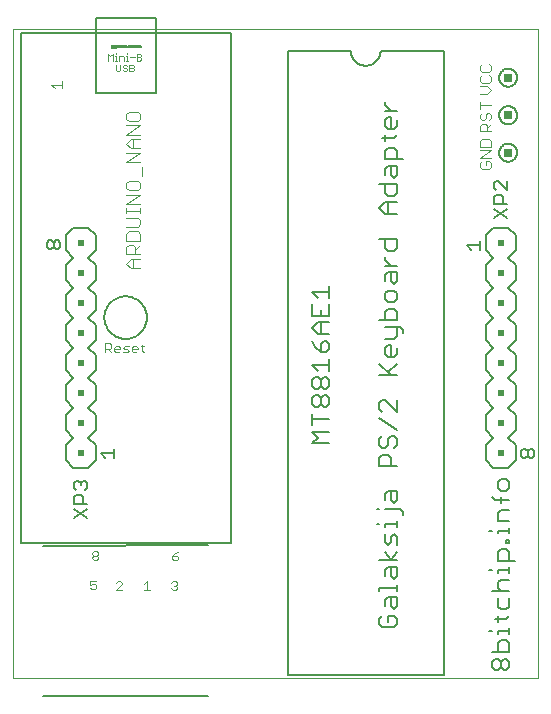
<source format=gto>
G75*
G70*
%OFA0B0*%
%FSLAX24Y24*%
%IPPOS*%
%LPD*%
%AMOC8*
5,1,8,0,0,1.08239X$1,22.5*
%
%ADD10C,0.0000*%
%ADD11C,0.0080*%
%ADD12C,0.0050*%
%ADD13C,0.0040*%
%ADD14C,0.0030*%
%ADD15C,0.0020*%
%ADD16C,0.0060*%
%ADD17R,0.0200X0.0200*%
%ADD18R,0.0260X0.0260*%
D10*
X002930Y001180D02*
X002930Y022800D01*
X020422Y022800D01*
X020422Y001180D01*
X002930Y001180D01*
X019420Y018680D02*
X019420Y018687D01*
X019420Y018689D02*
X019420Y018694D01*
X019422Y018696D01*
X019425Y018696D01*
X019427Y018694D01*
X019427Y018689D01*
X019430Y018689D02*
X019420Y018689D01*
X019420Y018683D02*
X019430Y018683D01*
X019428Y018698D02*
X019430Y018700D01*
X019430Y018703D01*
X019428Y018705D01*
X019427Y018705D01*
X019425Y018703D01*
X019425Y018700D01*
X019423Y018698D01*
X019422Y018698D01*
X019420Y018700D01*
X019420Y018703D01*
X019422Y018705D01*
X019420Y018708D02*
X019420Y018713D01*
X019422Y018714D01*
X019425Y018714D01*
X019427Y018713D01*
X019427Y018708D01*
X019430Y018708D02*
X019420Y018708D01*
X019423Y018717D02*
X019420Y018720D01*
X019423Y018724D01*
X019430Y018724D01*
X019430Y018726D02*
X019430Y018731D01*
X019428Y018733D01*
X019422Y018733D01*
X019420Y018731D01*
X019420Y018726D01*
X019430Y018726D01*
X019425Y018724D02*
X019425Y018717D01*
X019423Y018717D02*
X019430Y018717D01*
X019430Y018735D02*
X019430Y018742D01*
X019430Y018739D02*
X019420Y018739D01*
X019423Y018735D01*
X019425Y018744D02*
X019425Y018751D01*
X019423Y018754D02*
X019420Y018757D01*
X019430Y018757D01*
X019430Y018754D02*
X019430Y018760D01*
X019428Y018763D02*
X019430Y018765D01*
X019430Y018768D01*
X019428Y018770D01*
X019427Y018770D01*
X019425Y018768D01*
X019425Y018766D01*
X019425Y018768D02*
X019423Y018770D01*
X019422Y018770D01*
X019420Y018768D01*
X019420Y018765D01*
X019422Y018763D01*
X019420Y019930D02*
X019420Y019937D01*
X019420Y019939D02*
X019420Y019944D01*
X019422Y019946D01*
X019425Y019946D01*
X019427Y019944D01*
X019427Y019939D01*
X019430Y019939D02*
X019420Y019939D01*
X019420Y019933D02*
X019430Y019933D01*
X019428Y019948D02*
X019430Y019950D01*
X019430Y019953D01*
X019428Y019955D01*
X019427Y019955D01*
X019425Y019953D01*
X019425Y019950D01*
X019423Y019948D01*
X019422Y019948D01*
X019420Y019950D01*
X019420Y019953D01*
X019422Y019955D01*
X019420Y019958D02*
X019420Y019963D01*
X019422Y019964D01*
X019425Y019964D01*
X019427Y019963D01*
X019427Y019958D01*
X019430Y019958D02*
X019420Y019958D01*
X019423Y019967D02*
X019420Y019970D01*
X019423Y019974D01*
X019430Y019974D01*
X019430Y019976D02*
X019430Y019981D01*
X019428Y019983D01*
X019422Y019983D01*
X019420Y019981D01*
X019420Y019976D01*
X019430Y019976D01*
X019425Y019974D02*
X019425Y019967D01*
X019423Y019967D02*
X019430Y019967D01*
X019430Y019985D02*
X019430Y019992D01*
X019430Y019989D02*
X019420Y019989D01*
X019423Y019985D01*
X019425Y019994D02*
X019425Y020001D01*
X019423Y020004D02*
X019420Y020007D01*
X019430Y020007D01*
X019430Y020004D02*
X019430Y020010D01*
X019428Y020013D02*
X019430Y020015D01*
X019430Y020018D01*
X019428Y020020D01*
X019427Y020020D01*
X019425Y020018D01*
X019425Y020016D01*
X019425Y020018D02*
X019423Y020020D01*
X019422Y020020D01*
X019420Y020018D01*
X019420Y020015D01*
X019422Y020013D01*
X019420Y021180D02*
X019420Y021187D01*
X019420Y021189D02*
X019420Y021194D01*
X019422Y021196D01*
X019425Y021196D01*
X019427Y021194D01*
X019427Y021189D01*
X019430Y021189D02*
X019420Y021189D01*
X019420Y021183D02*
X019430Y021183D01*
X019428Y021198D02*
X019430Y021200D01*
X019430Y021203D01*
X019428Y021205D01*
X019427Y021205D01*
X019425Y021203D01*
X019425Y021200D01*
X019423Y021198D01*
X019422Y021198D01*
X019420Y021200D01*
X019420Y021203D01*
X019422Y021205D01*
X019420Y021208D02*
X019420Y021213D01*
X019422Y021214D01*
X019425Y021214D01*
X019427Y021213D01*
X019427Y021208D01*
X019430Y021208D02*
X019420Y021208D01*
X019423Y021217D02*
X019420Y021220D01*
X019423Y021224D01*
X019430Y021224D01*
X019430Y021226D02*
X019430Y021231D01*
X019428Y021233D01*
X019422Y021233D01*
X019420Y021231D01*
X019420Y021226D01*
X019430Y021226D01*
X019425Y021224D02*
X019425Y021217D01*
X019423Y021217D02*
X019430Y021217D01*
X019430Y021235D02*
X019430Y021242D01*
X019430Y021239D02*
X019420Y021239D01*
X019423Y021235D01*
X019425Y021244D02*
X019425Y021251D01*
X019423Y021254D02*
X019420Y021257D01*
X019430Y021257D01*
X019430Y021254D02*
X019430Y021260D01*
X019428Y021263D02*
X019430Y021265D01*
X019430Y021268D01*
X019428Y021270D01*
X019427Y021270D01*
X019425Y021268D01*
X019425Y021266D01*
X019425Y021268D02*
X019423Y021270D01*
X019422Y021270D01*
X019420Y021268D01*
X019420Y021265D01*
X019422Y021263D01*
X007194Y022230D02*
X007181Y022230D01*
X007175Y022230D02*
X007162Y022230D01*
X007162Y022210D01*
X007175Y022210D01*
X007169Y022220D02*
X007162Y022220D01*
X007157Y022210D02*
X007157Y022230D01*
X007159Y022240D02*
X007159Y022260D01*
X007169Y022260D01*
X007172Y022257D01*
X007172Y022250D01*
X007169Y022247D01*
X007159Y022247D01*
X007154Y022250D02*
X007141Y022250D01*
X007141Y022253D02*
X007147Y022260D01*
X007154Y022253D01*
X007154Y022240D01*
X007141Y022240D02*
X007141Y022253D01*
X007136Y022247D02*
X007136Y022260D01*
X007136Y022247D02*
X007129Y022240D01*
X007122Y022247D01*
X007122Y022260D01*
X007117Y022257D02*
X007114Y022260D01*
X007107Y022260D01*
X007104Y022257D01*
X007104Y022243D01*
X007107Y022240D01*
X007114Y022240D01*
X007117Y022243D01*
X007117Y022257D01*
X007099Y022260D02*
X007085Y022260D01*
X007092Y022260D02*
X007092Y022240D01*
X007093Y022230D02*
X007093Y022210D01*
X007079Y022230D01*
X007079Y022210D01*
X007074Y022210D02*
X007074Y022223D01*
X007068Y022230D01*
X007061Y022223D01*
X007061Y022210D01*
X007056Y022213D02*
X007052Y022210D01*
X007046Y022210D01*
X007042Y022213D01*
X007042Y022227D01*
X007046Y022230D01*
X007052Y022230D01*
X007056Y022227D01*
X007061Y022220D02*
X007074Y022220D01*
X007059Y022240D02*
X007062Y022243D01*
X007062Y022257D01*
X007059Y022260D01*
X007052Y022260D01*
X007049Y022257D01*
X007049Y022243D01*
X007052Y022240D01*
X007059Y022240D01*
X007044Y022243D02*
X007044Y022257D01*
X007040Y022260D01*
X007030Y022260D01*
X007030Y022240D01*
X007040Y022240D01*
X007044Y022243D01*
X007034Y022230D02*
X007037Y022227D01*
X007037Y022220D01*
X007034Y022217D01*
X007034Y022223D01*
X007027Y022223D01*
X007027Y022217D01*
X007034Y022217D01*
X007037Y022213D02*
X007034Y022210D01*
X007027Y022210D01*
X007024Y022213D01*
X007024Y022227D01*
X007027Y022230D01*
X007034Y022230D01*
X007025Y022240D02*
X007012Y022240D01*
X007012Y022260D01*
X007025Y022260D01*
X007018Y022250D02*
X007012Y022250D01*
X007007Y022243D02*
X007003Y022240D01*
X006997Y022240D01*
X006993Y022243D01*
X006993Y022257D01*
X006997Y022260D01*
X007003Y022260D01*
X007007Y022257D01*
X006988Y022240D02*
X006975Y022240D01*
X006975Y022260D01*
X006970Y022253D02*
X006970Y022240D01*
X006970Y022250D02*
X006957Y022250D01*
X006957Y022253D02*
X006963Y022260D01*
X006970Y022253D01*
X006957Y022253D02*
X006957Y022240D01*
X006951Y022243D02*
X006948Y022240D01*
X006941Y022240D01*
X006938Y022243D01*
X006941Y022250D02*
X006948Y022250D01*
X006951Y022247D01*
X006951Y022243D01*
X006941Y022250D02*
X006938Y022253D01*
X006938Y022257D01*
X006941Y022260D01*
X006948Y022260D01*
X006951Y022257D01*
X006950Y022230D02*
X006950Y022217D01*
X006957Y022210D01*
X006964Y022217D01*
X006964Y022230D01*
X006969Y022223D02*
X006975Y022230D01*
X006975Y022210D01*
X006969Y022210D02*
X006982Y022210D01*
X006987Y022210D02*
X006987Y022230D01*
X006987Y022220D02*
X007001Y022220D01*
X007001Y022230D02*
X007001Y022210D01*
X007006Y022210D02*
X007019Y022230D01*
X007006Y022230D02*
X007019Y022210D01*
X006945Y022227D02*
X006945Y022230D01*
X006945Y022227D02*
X006939Y022220D01*
X006939Y022210D01*
X006939Y022220D02*
X006932Y022227D01*
X006932Y022230D01*
X006915Y022243D02*
X006911Y022247D01*
X006905Y022247D01*
X006901Y022250D01*
X006905Y022253D01*
X006915Y022253D01*
X006915Y022243D02*
X006911Y022240D01*
X006901Y022240D01*
X006896Y022240D02*
X006889Y022240D01*
X006892Y022240D02*
X006892Y022253D01*
X006889Y022253D01*
X006884Y022253D02*
X006884Y022240D01*
X006874Y022240D01*
X006871Y022243D01*
X006871Y022253D01*
X006865Y022240D02*
X006852Y022240D01*
X006852Y022260D01*
X006847Y022250D02*
X006834Y022250D01*
X006829Y022250D02*
X006825Y022253D01*
X006819Y022253D01*
X006815Y022250D01*
X006815Y022243D01*
X006819Y022240D01*
X006825Y022240D01*
X006829Y022243D01*
X006829Y022250D01*
X006810Y022253D02*
X006800Y022253D01*
X006797Y022250D01*
X006797Y022243D01*
X006800Y022240D01*
X006810Y022240D01*
X006810Y022223D02*
X006803Y022223D01*
X006800Y022220D01*
X006800Y022213D01*
X006803Y022210D01*
X006810Y022210D01*
X006813Y022213D01*
X006813Y022220D01*
X006810Y022223D01*
X006818Y022223D02*
X006828Y022223D01*
X006832Y022220D01*
X006832Y022210D01*
X006837Y022210D02*
X006847Y022210D01*
X006850Y022213D01*
X006847Y022217D01*
X006840Y022217D01*
X006837Y022220D01*
X006840Y022223D01*
X006850Y022223D01*
X006874Y022223D02*
X006880Y022223D01*
X006877Y022227D02*
X006877Y022213D01*
X006880Y022210D01*
X006886Y022213D02*
X006889Y022210D01*
X006896Y022210D01*
X006899Y022213D01*
X006899Y022220D01*
X006896Y022223D01*
X006889Y022223D01*
X006886Y022220D01*
X006886Y022213D01*
X006904Y022210D02*
X006904Y022213D01*
X006908Y022213D01*
X006908Y022210D01*
X006904Y022210D01*
X006904Y022220D02*
X006904Y022223D01*
X006908Y022223D01*
X006908Y022220D01*
X006904Y022220D01*
X006892Y022260D02*
X006892Y022263D01*
X006818Y022223D02*
X006818Y022210D01*
X006794Y022210D02*
X006788Y022210D01*
X006791Y022210D02*
X006791Y022223D01*
X006788Y022223D01*
X006782Y022223D02*
X006775Y022223D01*
X006770Y022223D02*
X006760Y022223D01*
X006757Y022220D01*
X006760Y022217D01*
X006767Y022217D01*
X006770Y022213D01*
X006767Y022210D01*
X006757Y022210D01*
X006752Y022217D02*
X006739Y022217D01*
X006739Y022220D02*
X006742Y022223D01*
X006749Y022223D01*
X006752Y022220D01*
X006752Y022217D01*
X006749Y022210D02*
X006742Y022210D01*
X006739Y022213D01*
X006739Y022220D01*
X006734Y022223D02*
X006724Y022223D01*
X006720Y022220D01*
X006720Y022213D01*
X006724Y022210D01*
X006734Y022210D01*
X006734Y022207D02*
X006734Y022223D01*
X006734Y022207D02*
X006730Y022203D01*
X006727Y022203D01*
X006715Y022207D02*
X006715Y022223D01*
X006705Y022223D01*
X006702Y022220D01*
X006702Y022213D01*
X006705Y022210D01*
X006715Y022210D01*
X006715Y022207D02*
X006712Y022203D01*
X006708Y022203D01*
X006697Y022210D02*
X006697Y022223D01*
X006699Y022233D02*
X006699Y022253D01*
X006709Y022253D01*
X006712Y022250D01*
X006712Y022243D01*
X006709Y022240D01*
X006699Y022240D01*
X006694Y022243D02*
X006690Y022247D01*
X006684Y022247D01*
X006680Y022250D01*
X006684Y022253D01*
X006694Y022253D01*
X006694Y022243D02*
X006690Y022240D01*
X006680Y022240D01*
X006675Y022240D02*
X006662Y022240D01*
X006662Y022260D01*
X006675Y022260D01*
X006669Y022250D02*
X006662Y022250D01*
X006638Y022253D02*
X006638Y022237D01*
X006635Y022233D01*
X006632Y022233D01*
X006628Y022240D02*
X006638Y022240D01*
X006628Y022240D02*
X006625Y022243D01*
X006625Y022253D01*
X006620Y022250D02*
X006617Y022253D01*
X006607Y022253D01*
X006607Y022260D02*
X006607Y022240D01*
X006617Y022240D01*
X006620Y022243D01*
X006620Y022250D01*
X006623Y022223D02*
X006616Y022223D01*
X006613Y022220D01*
X006613Y022213D01*
X006616Y022210D01*
X006623Y022210D01*
X006626Y022213D01*
X006626Y022220D01*
X006623Y022223D01*
X006631Y022223D02*
X006631Y022210D01*
X006631Y022217D02*
X006638Y022223D01*
X006641Y022223D01*
X006665Y022220D02*
X006668Y022223D01*
X006678Y022223D01*
X006683Y022223D02*
X006683Y022213D01*
X006687Y022210D01*
X006697Y022210D01*
X006678Y022213D02*
X006675Y022217D01*
X006668Y022217D01*
X006665Y022220D01*
X006665Y022210D02*
X006675Y022210D01*
X006678Y022213D01*
X006717Y022240D02*
X006720Y022240D01*
X006720Y022243D01*
X006717Y022243D01*
X006717Y022240D01*
X006745Y022240D02*
X006745Y022260D01*
X006751Y022253D01*
X006758Y022260D01*
X006758Y022240D01*
X006763Y022243D02*
X006766Y022247D01*
X006776Y022247D01*
X006776Y022250D02*
X006776Y022240D01*
X006766Y022240D01*
X006763Y022243D01*
X006766Y022253D02*
X006773Y022253D01*
X006776Y022250D01*
X006782Y022247D02*
X006788Y022253D01*
X006792Y022253D01*
X006782Y022253D02*
X006782Y022240D01*
X006791Y022233D02*
X006791Y022230D01*
X006779Y022227D02*
X006779Y022213D01*
X006782Y022210D01*
X006589Y022213D02*
X006586Y022217D01*
X006579Y022217D01*
X006576Y022220D01*
X006579Y022223D01*
X006589Y022223D01*
X006589Y022213D02*
X006586Y022210D01*
X006576Y022210D01*
X006571Y022223D02*
X006567Y022223D01*
X006561Y022217D01*
X006556Y022220D02*
X006552Y022223D01*
X006546Y022223D01*
X006542Y022220D01*
X006542Y022213D01*
X006546Y022210D01*
X006552Y022210D01*
X006556Y022213D01*
X006556Y022220D01*
X006561Y022223D02*
X006561Y022210D01*
X006537Y022223D02*
X006533Y022223D01*
X006527Y022217D01*
X006527Y022223D02*
X006527Y022210D01*
X006521Y022223D02*
X006518Y022223D01*
X006511Y022217D01*
X006506Y022217D02*
X006493Y022217D01*
X006493Y022220D02*
X006496Y022223D01*
X006503Y022223D01*
X006506Y022220D01*
X006506Y022217D01*
X006503Y022210D02*
X006496Y022210D01*
X006493Y022213D01*
X006493Y022220D01*
X006511Y022223D02*
X006511Y022210D01*
X006512Y022240D02*
X006506Y022240D01*
X006502Y022243D01*
X006502Y022250D01*
X006506Y022253D01*
X006512Y022253D01*
X006516Y022250D01*
X006516Y022247D01*
X006502Y022247D01*
X006497Y022253D02*
X006494Y022253D01*
X006487Y022247D01*
X006487Y022253D02*
X006487Y022240D01*
X006482Y022240D02*
X006472Y022240D01*
X006469Y022243D01*
X006469Y022250D01*
X006472Y022253D01*
X006482Y022253D01*
X006470Y022223D02*
X006470Y022207D01*
X006466Y022203D01*
X006463Y022203D01*
X006460Y022210D02*
X006470Y022210D01*
X006460Y022210D02*
X006456Y022213D01*
X006456Y022223D01*
X006451Y022220D02*
X006451Y022210D01*
X006451Y022220D02*
X006448Y022223D01*
X006438Y022223D01*
X006438Y022210D01*
X006433Y022210D02*
X006423Y022210D01*
X006419Y022213D01*
X006423Y022217D01*
X006433Y022217D01*
X006433Y022220D02*
X006433Y022210D01*
X006433Y022220D02*
X006429Y022223D01*
X006423Y022223D01*
X006427Y022240D02*
X006417Y022240D01*
X006413Y022243D01*
X006417Y022247D01*
X006427Y022247D01*
X006427Y022250D02*
X006427Y022240D01*
X006432Y022240D02*
X006442Y022240D01*
X006445Y022243D01*
X006442Y022247D01*
X006435Y022247D01*
X006432Y022250D01*
X006435Y022253D01*
X006445Y022253D01*
X006427Y022250D02*
X006423Y022253D01*
X006417Y022253D01*
X006408Y022253D02*
X006408Y022243D01*
X006405Y022240D01*
X006402Y022243D01*
X006398Y022240D01*
X006395Y022243D01*
X006395Y022253D01*
X006371Y022253D02*
X006371Y022237D01*
X006368Y022233D01*
X006365Y022233D01*
X006361Y022240D02*
X006371Y022240D01*
X006361Y022240D02*
X006358Y022243D01*
X006358Y022253D01*
X006353Y022253D02*
X006349Y022253D01*
X006343Y022247D01*
X006338Y022247D02*
X006328Y022247D01*
X006324Y022243D01*
X006328Y022240D01*
X006338Y022240D01*
X006338Y022250D01*
X006334Y022253D01*
X006328Y022253D01*
X006319Y022253D02*
X006316Y022253D01*
X006309Y022247D01*
X006304Y022250D02*
X006300Y022253D01*
X006290Y022253D01*
X006290Y022260D02*
X006290Y022240D01*
X006300Y022240D01*
X006304Y022243D01*
X006304Y022250D01*
X006309Y022253D02*
X006309Y022240D01*
X006309Y022223D02*
X006313Y022223D01*
X006309Y022223D02*
X006303Y022217D01*
X006303Y022223D02*
X006303Y022210D01*
X006318Y022213D02*
X006318Y022220D01*
X006321Y022223D01*
X006328Y022223D01*
X006331Y022220D01*
X006331Y022217D01*
X006318Y022217D01*
X006318Y022213D02*
X006321Y022210D01*
X006328Y022210D01*
X006337Y022210D02*
X006347Y022210D01*
X006350Y022213D01*
X006350Y022220D01*
X006347Y022223D01*
X006337Y022223D01*
X006337Y022203D01*
X006334Y022193D02*
X006328Y022193D01*
X006324Y022190D01*
X006324Y022183D01*
X006328Y022180D01*
X006334Y022180D01*
X006338Y022183D01*
X006338Y022190D01*
X006334Y022193D01*
X006343Y022193D02*
X006343Y022183D01*
X006346Y022180D01*
X006356Y022180D01*
X006356Y022193D01*
X006361Y022190D02*
X006361Y022203D01*
X006367Y022203D02*
X006367Y022190D01*
X006373Y022190D02*
X006373Y022203D01*
X006373Y022210D02*
X006373Y022223D01*
X006368Y022220D02*
X006365Y022223D01*
X006358Y022223D01*
X006355Y022220D01*
X006355Y022213D01*
X006358Y022210D01*
X006365Y022210D01*
X006368Y022213D01*
X006368Y022220D01*
X006373Y022217D02*
X006380Y022223D01*
X006383Y022223D01*
X006389Y022223D02*
X006395Y022223D01*
X006392Y022227D02*
X006392Y022213D01*
X006395Y022210D01*
X006373Y022183D02*
X006373Y022180D01*
X006367Y022183D02*
X006367Y022180D01*
X006361Y022183D02*
X006361Y022180D01*
X006319Y022180D02*
X006309Y022180D01*
X006306Y022183D01*
X006306Y022193D01*
X006319Y022193D02*
X006319Y022177D01*
X006316Y022173D01*
X006313Y022173D01*
X006282Y022183D02*
X006279Y022187D01*
X006272Y022187D01*
X006269Y022190D01*
X006272Y022193D01*
X006282Y022193D01*
X006282Y022183D02*
X006279Y022180D01*
X006269Y022180D01*
X006264Y022180D02*
X006254Y022187D01*
X006264Y022193D01*
X006254Y022200D02*
X006254Y022180D01*
X006249Y022180D02*
X006249Y022190D01*
X006245Y022193D01*
X006235Y022193D01*
X006235Y022180D01*
X006230Y022180D02*
X006220Y022180D01*
X006217Y022183D01*
X006220Y022187D01*
X006230Y022187D01*
X006230Y022190D02*
X006230Y022180D01*
X006230Y022190D02*
X006227Y022193D01*
X006220Y022193D01*
X006212Y022190D02*
X006212Y022180D01*
X006212Y022190D02*
X006208Y022193D01*
X006202Y022193D01*
X006198Y022190D01*
X006198Y022200D02*
X006198Y022180D01*
X006187Y022180D02*
X006187Y022200D01*
X006193Y022200D02*
X006180Y022200D01*
X006180Y022210D02*
X006180Y022230D01*
X006190Y022230D01*
X006193Y022227D01*
X006193Y022220D01*
X006190Y022217D01*
X006180Y022217D01*
X006198Y022210D02*
X006205Y022210D01*
X006202Y022210D02*
X006202Y022230D01*
X006198Y022230D01*
X006198Y022240D02*
X006198Y022260D01*
X006193Y022260D02*
X006180Y022260D01*
X006187Y022260D02*
X006187Y022240D01*
X006198Y022250D02*
X006202Y022253D01*
X006208Y022253D01*
X006212Y022250D01*
X006212Y022240D01*
X006217Y022240D02*
X006224Y022240D01*
X006220Y022240D02*
X006220Y022253D01*
X006217Y022253D01*
X006220Y022260D02*
X006220Y022263D01*
X006232Y022253D02*
X006242Y022253D01*
X006239Y022247D02*
X006232Y022247D01*
X006229Y022250D01*
X006232Y022253D01*
X006239Y022247D02*
X006242Y022243D01*
X006239Y022240D01*
X006229Y022240D01*
X006232Y022223D02*
X006239Y022223D01*
X006242Y022220D01*
X006242Y022210D01*
X006232Y022210D01*
X006229Y022213D01*
X006232Y022217D01*
X006242Y022217D01*
X006248Y022220D02*
X006251Y022223D01*
X006261Y022223D01*
X006266Y022220D02*
X006269Y022223D01*
X006276Y022223D01*
X006279Y022220D01*
X006279Y022217D01*
X006266Y022217D01*
X006266Y022220D02*
X006266Y022213D01*
X006269Y022210D01*
X006276Y022210D01*
X006261Y022213D02*
X006258Y022217D01*
X006251Y022217D01*
X006248Y022220D01*
X006248Y022210D02*
X006258Y022210D01*
X006261Y022213D01*
X006266Y022240D02*
X006273Y022240D01*
X006269Y022240D02*
X006269Y022260D01*
X006266Y022260D01*
X006278Y022253D02*
X006282Y022253D01*
X006282Y022240D01*
X006285Y022240D02*
X006278Y022240D01*
X006282Y022260D02*
X006282Y022263D01*
X006343Y022253D02*
X006343Y022240D01*
X006224Y022220D02*
X006224Y022217D01*
X006211Y022217D01*
X006211Y022220D02*
X006214Y022223D01*
X006221Y022223D01*
X006224Y022220D01*
X006221Y022210D02*
X006214Y022210D01*
X006211Y022213D01*
X006211Y022220D01*
X006521Y022243D02*
X006524Y022247D01*
X006534Y022247D01*
X006534Y022250D02*
X006534Y022240D01*
X006524Y022240D01*
X006521Y022243D01*
X006524Y022253D02*
X006531Y022253D01*
X006534Y022250D01*
X006539Y022253D02*
X006546Y022253D01*
X006542Y022257D02*
X006542Y022243D01*
X006546Y022240D01*
X006551Y022243D02*
X006551Y022250D01*
X006555Y022253D01*
X006561Y022253D01*
X006565Y022250D01*
X006565Y022247D01*
X006551Y022247D01*
X006551Y022243D02*
X006555Y022240D01*
X006561Y022240D01*
X006570Y022243D02*
X006570Y022250D01*
X006573Y022253D01*
X006583Y022253D01*
X006583Y022260D02*
X006583Y022240D01*
X006573Y022240D01*
X006570Y022243D01*
X007098Y022230D02*
X007111Y022230D01*
X007116Y022230D02*
X007116Y022217D01*
X007123Y022210D01*
X007129Y022217D01*
X007129Y022230D01*
X007144Y022230D02*
X007157Y022210D01*
X007144Y022210D02*
X007144Y022230D01*
X007138Y022213D02*
X007138Y022210D01*
X007135Y022210D01*
X007135Y022213D01*
X007138Y022213D01*
X007104Y022210D02*
X007104Y022230D01*
X007166Y022247D02*
X007172Y022240D01*
X007177Y022240D02*
X007181Y022240D01*
X007181Y022243D01*
X007177Y022243D01*
X007177Y022240D01*
X007187Y022230D02*
X007187Y022210D01*
D11*
X015236Y019160D02*
X015623Y019160D01*
X015720Y019257D01*
X015623Y019468D02*
X015430Y019468D01*
X015333Y019565D01*
X015333Y019759D01*
X015430Y019855D01*
X015527Y019855D01*
X015527Y019468D01*
X015623Y019468D02*
X015720Y019565D01*
X015720Y019759D01*
X015720Y020076D02*
X015333Y020076D01*
X015527Y020076D02*
X015333Y020270D01*
X015333Y020366D01*
X015333Y019257D02*
X015333Y019063D01*
X015430Y018843D02*
X015623Y018843D01*
X015720Y018746D01*
X015720Y018456D01*
X015913Y018456D02*
X015333Y018456D01*
X015333Y018746D01*
X015430Y018843D01*
X015430Y018235D02*
X015720Y018235D01*
X015720Y017945D01*
X015623Y017848D01*
X015527Y017945D01*
X015527Y018235D01*
X015430Y018235D02*
X015333Y018138D01*
X015333Y017945D01*
X015333Y017627D02*
X015333Y017337D01*
X015430Y017240D01*
X015623Y017240D01*
X015720Y017337D01*
X015720Y017627D01*
X015140Y017627D01*
X015333Y017019D02*
X015720Y017019D01*
X015430Y017019D02*
X015430Y016632D01*
X015333Y016632D02*
X015140Y016826D01*
X015333Y017019D01*
X015333Y016632D02*
X015720Y016632D01*
X015720Y015804D02*
X015140Y015804D01*
X015333Y015804D02*
X015333Y015514D01*
X015430Y015417D01*
X015623Y015417D01*
X015720Y015514D01*
X015720Y015804D01*
X015333Y015201D02*
X015333Y015104D01*
X015527Y014911D01*
X015720Y014911D02*
X015333Y014911D01*
X015430Y014690D02*
X015720Y014690D01*
X015720Y014400D01*
X015623Y014303D01*
X015527Y014400D01*
X015527Y014690D01*
X015430Y014690D02*
X015333Y014593D01*
X015333Y014400D01*
X015430Y014082D02*
X015333Y013985D01*
X015333Y013792D01*
X015430Y013695D01*
X015623Y013695D01*
X015720Y013792D01*
X015720Y013985D01*
X015623Y014082D01*
X015430Y014082D01*
X015430Y013474D02*
X015333Y013378D01*
X015333Y013087D01*
X015140Y013087D02*
X015720Y013087D01*
X015720Y013378D01*
X015623Y013474D01*
X015430Y013474D01*
X015333Y012867D02*
X015817Y012867D01*
X015913Y012770D01*
X015913Y012673D01*
X015720Y012576D02*
X015720Y012867D01*
X015720Y012576D02*
X015623Y012480D01*
X015333Y012480D01*
X015430Y012259D02*
X015527Y012259D01*
X015527Y011872D01*
X015623Y011872D02*
X015430Y011872D01*
X015333Y011969D01*
X015333Y012162D01*
X015430Y012259D01*
X015720Y012162D02*
X015720Y011969D01*
X015623Y011872D01*
X015720Y011651D02*
X015430Y011361D01*
X015527Y011264D02*
X015140Y011651D01*
X015140Y011264D02*
X015720Y011264D01*
X015720Y010436D02*
X015720Y010049D01*
X015333Y010436D01*
X015236Y010436D01*
X015140Y010339D01*
X015140Y010146D01*
X015236Y010049D01*
X015140Y009828D02*
X015720Y009441D01*
X015623Y009220D02*
X015720Y009124D01*
X015720Y008930D01*
X015623Y008833D01*
X015430Y008930D02*
X015430Y009124D01*
X015527Y009220D01*
X015623Y009220D01*
X015430Y008930D02*
X015333Y008833D01*
X015236Y008833D01*
X015140Y008930D01*
X015140Y009124D01*
X015236Y009220D01*
X015236Y008613D02*
X015430Y008613D01*
X015527Y008516D01*
X015527Y008226D01*
X015720Y008226D02*
X015140Y008226D01*
X015140Y008516D01*
X015236Y008613D01*
X015430Y007397D02*
X015720Y007397D01*
X015720Y007107D01*
X015623Y007010D01*
X015527Y007107D01*
X015527Y007397D01*
X015430Y007397D02*
X015333Y007300D01*
X015333Y007107D01*
X015333Y006799D02*
X015817Y006799D01*
X015913Y006702D01*
X015913Y006605D01*
X015720Y006393D02*
X015720Y006200D01*
X015720Y006297D02*
X015333Y006297D01*
X015333Y006200D01*
X015140Y006297D02*
X015043Y006297D01*
X015333Y005979D02*
X015333Y005689D01*
X015430Y005592D01*
X015527Y005689D01*
X015527Y005882D01*
X015623Y005979D01*
X015720Y005882D01*
X015720Y005592D01*
X015720Y005376D02*
X015527Y005086D01*
X015333Y005376D01*
X015140Y005086D02*
X015720Y005086D01*
X015720Y004865D02*
X015430Y004865D01*
X015333Y004768D01*
X015333Y004575D01*
X015527Y004575D02*
X015623Y004478D01*
X015720Y004575D01*
X015720Y004865D01*
X015527Y004865D02*
X015527Y004575D01*
X015720Y004266D02*
X015720Y004073D01*
X015720Y004170D02*
X015140Y004170D01*
X015140Y004073D01*
X015430Y003852D02*
X015720Y003852D01*
X015720Y003562D01*
X015623Y003465D01*
X015527Y003562D01*
X015527Y003852D01*
X015430Y003852D02*
X015333Y003755D01*
X015333Y003562D01*
X015236Y003244D02*
X015140Y003148D01*
X015140Y002954D01*
X015236Y002857D01*
X015623Y002857D01*
X015720Y002954D01*
X015720Y003148D01*
X015623Y003244D01*
X015430Y003244D01*
X015430Y003051D01*
X018793Y002740D02*
X018890Y002740D01*
X019083Y002740D02*
X019470Y002740D01*
X019470Y002644D02*
X019470Y002837D01*
X019373Y002423D02*
X019180Y002423D01*
X019083Y002326D01*
X019083Y002036D01*
X018890Y002036D02*
X019470Y002036D01*
X019470Y002326D01*
X019373Y002423D01*
X019083Y002644D02*
X019083Y002740D01*
X019083Y003049D02*
X019083Y003242D01*
X018986Y003146D02*
X019373Y003146D01*
X019470Y003242D01*
X019373Y003454D02*
X019180Y003454D01*
X019083Y003551D01*
X019083Y003841D01*
X019180Y004062D02*
X019083Y004158D01*
X019083Y004352D01*
X019180Y004449D01*
X019470Y004449D01*
X019470Y004669D02*
X019470Y004863D01*
X019470Y004766D02*
X019083Y004766D01*
X019083Y004669D01*
X018890Y004766D02*
X018793Y004766D01*
X019083Y005074D02*
X019083Y005365D01*
X019180Y005461D01*
X019373Y005461D01*
X019470Y005365D01*
X019470Y005074D01*
X019663Y005074D02*
X019083Y005074D01*
X019373Y005682D02*
X019373Y005779D01*
X019470Y005779D01*
X019470Y005682D01*
X019373Y005682D01*
X019470Y005986D02*
X019470Y006180D01*
X019470Y006083D02*
X019083Y006083D01*
X019083Y005986D01*
X018890Y006083D02*
X018793Y006083D01*
X019083Y006391D02*
X019083Y006681D01*
X019180Y006778D01*
X019470Y006778D01*
X019470Y007096D02*
X018986Y007096D01*
X018890Y007192D01*
X019180Y007192D02*
X019180Y006999D01*
X019180Y007404D02*
X019083Y007501D01*
X019083Y007694D01*
X019180Y007791D01*
X019373Y007791D01*
X019470Y007694D01*
X019470Y007501D01*
X019373Y007404D01*
X019180Y007404D01*
X019083Y006391D02*
X019470Y006391D01*
X019470Y004062D02*
X018890Y004062D01*
X019470Y003841D02*
X019470Y003551D01*
X019373Y003454D01*
X019373Y001815D02*
X019277Y001815D01*
X019180Y001718D01*
X019180Y001525D01*
X019083Y001428D01*
X018986Y001428D01*
X018890Y001525D01*
X018890Y001718D01*
X018986Y001815D01*
X019083Y001815D01*
X019180Y001718D01*
X019180Y001525D02*
X019277Y001428D01*
X019373Y001428D01*
X019470Y001525D01*
X019470Y001718D01*
X019373Y001815D01*
X015140Y006799D02*
X015043Y006799D01*
X013470Y008985D02*
X012890Y008985D01*
X013083Y009179D01*
X012890Y009372D01*
X013470Y009372D01*
X013470Y009786D02*
X012890Y009786D01*
X012890Y009593D02*
X012890Y009980D01*
X012986Y010201D02*
X013083Y010201D01*
X013180Y010297D01*
X013180Y010491D01*
X013277Y010588D01*
X013373Y010588D01*
X013470Y010491D01*
X013470Y010297D01*
X013373Y010201D01*
X013277Y010201D01*
X013180Y010297D01*
X013180Y010491D02*
X013083Y010588D01*
X012986Y010588D01*
X012890Y010491D01*
X012890Y010297D01*
X012986Y010201D01*
X012986Y010808D02*
X013083Y010808D01*
X013180Y010905D01*
X013180Y011099D01*
X013277Y011195D01*
X013373Y011195D01*
X013470Y011099D01*
X013470Y010905D01*
X013373Y010808D01*
X013277Y010808D01*
X013180Y010905D01*
X013180Y011099D02*
X013083Y011195D01*
X012986Y011195D01*
X012890Y011099D01*
X012890Y010905D01*
X012986Y010808D01*
X013083Y011416D02*
X012890Y011610D01*
X013470Y011610D01*
X013470Y011803D02*
X013470Y011416D01*
X013373Y012024D02*
X013180Y012024D01*
X013180Y012314D01*
X013277Y012411D01*
X013373Y012411D01*
X013470Y012314D01*
X013470Y012121D01*
X013373Y012024D01*
X013180Y012024D02*
X012986Y012217D01*
X012890Y012411D01*
X013083Y012632D02*
X012890Y012825D01*
X013083Y013019D01*
X013470Y013019D01*
X013470Y013239D02*
X013470Y013626D01*
X013470Y013847D02*
X013470Y014234D01*
X013470Y014041D02*
X012890Y014041D01*
X013083Y013847D01*
X012890Y013626D02*
X012890Y013239D01*
X013470Y013239D01*
X013180Y013239D02*
X013180Y013433D01*
X013180Y013019D02*
X013180Y012632D01*
X013083Y012632D02*
X013470Y012632D01*
D12*
X018055Y015595D02*
X018505Y015595D01*
X018505Y015445D02*
X018505Y015745D01*
X018205Y015445D02*
X018055Y015595D01*
X018955Y016514D02*
X019405Y016815D01*
X019405Y016975D02*
X018955Y016975D01*
X018955Y017200D01*
X019030Y017275D01*
X019180Y017275D01*
X019255Y017200D01*
X019255Y016975D01*
X018955Y016815D02*
X019405Y016514D01*
X019405Y017435D02*
X019105Y017735D01*
X019030Y017735D01*
X018955Y017660D01*
X018955Y017510D01*
X019030Y017435D01*
X019405Y017435D02*
X019405Y017735D01*
X019930Y008795D02*
X020005Y008795D01*
X020080Y008720D01*
X020080Y008570D01*
X020005Y008495D01*
X019930Y008495D01*
X019855Y008570D01*
X019855Y008720D01*
X019930Y008795D01*
X020080Y008720D02*
X020155Y008795D01*
X020230Y008795D01*
X020305Y008720D01*
X020305Y008570D01*
X020230Y008495D01*
X020155Y008495D01*
X020080Y008570D01*
X010180Y006180D02*
X010180Y005680D01*
X009680Y005680D01*
X008180Y005680D01*
X005180Y005680D01*
X003680Y005680D01*
X003180Y005680D01*
X003180Y006180D01*
X003180Y022180D01*
X003180Y022680D01*
X003680Y022680D01*
X007680Y022680D01*
X007680Y020680D01*
X005680Y020680D01*
X005680Y023180D01*
X007680Y023180D01*
X007680Y022680D01*
X010180Y022680D01*
X010180Y006180D01*
X009436Y005599D02*
X003924Y005580D01*
X004955Y006514D02*
X005405Y006815D01*
X005405Y006975D02*
X004955Y006975D01*
X004955Y007200D01*
X005030Y007275D01*
X005180Y007275D01*
X005255Y007200D01*
X005255Y006975D01*
X004955Y006815D02*
X005405Y006514D01*
X005330Y007435D02*
X005405Y007510D01*
X005405Y007660D01*
X005330Y007735D01*
X005255Y007735D01*
X005180Y007660D01*
X005180Y007585D01*
X005180Y007660D02*
X005105Y007735D01*
X005030Y007735D01*
X004955Y007660D01*
X004955Y007510D01*
X005030Y007435D01*
X006005Y008505D02*
X005855Y008655D01*
X006305Y008655D01*
X006305Y008505D02*
X006305Y008805D01*
X005973Y013180D02*
X005975Y013233D01*
X005981Y013285D01*
X005991Y013337D01*
X006004Y013388D01*
X006022Y013438D01*
X006043Y013487D01*
X006068Y013534D01*
X006096Y013578D01*
X006127Y013621D01*
X006162Y013661D01*
X006199Y013698D01*
X006239Y013733D01*
X006282Y013764D01*
X006327Y013792D01*
X006373Y013817D01*
X006422Y013838D01*
X006472Y013856D01*
X006523Y013869D01*
X006575Y013879D01*
X006627Y013885D01*
X006680Y013887D01*
X006733Y013885D01*
X006785Y013879D01*
X006837Y013869D01*
X006888Y013856D01*
X006938Y013838D01*
X006987Y013817D01*
X007034Y013792D01*
X007078Y013764D01*
X007121Y013733D01*
X007161Y013698D01*
X007198Y013661D01*
X007233Y013621D01*
X007264Y013578D01*
X007292Y013533D01*
X007317Y013487D01*
X007338Y013438D01*
X007356Y013388D01*
X007369Y013337D01*
X007379Y013285D01*
X007385Y013233D01*
X007387Y013180D01*
X007385Y013127D01*
X007379Y013075D01*
X007369Y013023D01*
X007356Y012972D01*
X007338Y012922D01*
X007317Y012873D01*
X007292Y012826D01*
X007264Y012782D01*
X007233Y012739D01*
X007198Y012699D01*
X007161Y012662D01*
X007121Y012627D01*
X007078Y012596D01*
X007033Y012568D01*
X006987Y012543D01*
X006938Y012522D01*
X006888Y012504D01*
X006837Y012491D01*
X006785Y012481D01*
X006733Y012475D01*
X006680Y012473D01*
X006627Y012475D01*
X006575Y012481D01*
X006523Y012491D01*
X006472Y012504D01*
X006422Y012522D01*
X006373Y012543D01*
X006326Y012568D01*
X006282Y012596D01*
X006239Y012627D01*
X006199Y012662D01*
X006162Y012699D01*
X006127Y012739D01*
X006096Y012782D01*
X006068Y012827D01*
X006043Y012873D01*
X006022Y012922D01*
X006004Y012972D01*
X005991Y013023D01*
X005981Y013075D01*
X005975Y013127D01*
X005973Y013180D01*
X004430Y015455D02*
X004355Y015455D01*
X004280Y015530D01*
X004280Y015680D01*
X004355Y015755D01*
X004430Y015755D01*
X004505Y015680D01*
X004505Y015530D01*
X004430Y015455D01*
X004280Y015530D02*
X004205Y015455D01*
X004130Y015455D01*
X004055Y015530D01*
X004055Y015680D01*
X004130Y015755D01*
X004205Y015755D01*
X004280Y015680D01*
X003924Y000560D02*
X009436Y000560D01*
D13*
X007160Y014829D02*
X006853Y014829D01*
X006700Y014982D01*
X006853Y015136D01*
X007160Y015136D01*
X007160Y015289D02*
X006700Y015289D01*
X006700Y015519D01*
X006776Y015596D01*
X006930Y015596D01*
X007007Y015519D01*
X007007Y015289D01*
X007007Y015443D02*
X007160Y015596D01*
X007160Y015750D02*
X007160Y015980D01*
X007083Y016056D01*
X006776Y016056D01*
X006700Y015980D01*
X006700Y015750D01*
X007160Y015750D01*
X007083Y016210D02*
X007160Y016287D01*
X007160Y016440D01*
X007083Y016517D01*
X006700Y016517D01*
X006700Y016670D02*
X006700Y016824D01*
X006700Y016747D02*
X007160Y016747D01*
X007160Y016670D02*
X007160Y016824D01*
X007160Y016977D02*
X006700Y016977D01*
X007160Y017284D01*
X006700Y017284D01*
X006776Y017438D02*
X007083Y017438D01*
X007160Y017514D01*
X007160Y017668D01*
X007083Y017745D01*
X006776Y017745D01*
X006700Y017668D01*
X006700Y017514D01*
X006776Y017438D01*
X007237Y017898D02*
X007237Y018205D01*
X007160Y018358D02*
X006700Y018358D01*
X007160Y018665D01*
X006700Y018665D01*
X006853Y018819D02*
X006700Y018972D01*
X006853Y019126D01*
X007160Y019126D01*
X007160Y019279D02*
X006700Y019279D01*
X007160Y019586D01*
X006700Y019586D01*
X006776Y019740D02*
X007083Y019740D01*
X007160Y019816D01*
X007160Y019970D01*
X007083Y020047D01*
X006776Y020047D01*
X006700Y019970D01*
X006700Y019816D01*
X006776Y019740D01*
X006930Y019126D02*
X006930Y018819D01*
X006853Y018819D02*
X007160Y018819D01*
X007083Y016210D02*
X006700Y016210D01*
X006930Y015136D02*
X006930Y014829D01*
X018500Y018208D02*
X018560Y018148D01*
X018800Y018148D01*
X018860Y018208D01*
X018860Y018328D01*
X018800Y018388D01*
X018680Y018388D01*
X018680Y018268D01*
X018560Y018388D02*
X018500Y018328D01*
X018500Y018208D01*
X018500Y018516D02*
X018860Y018756D01*
X018500Y018756D01*
X018500Y018884D02*
X018500Y019064D01*
X018560Y019124D01*
X018800Y019124D01*
X018860Y019064D01*
X018860Y018884D01*
X018500Y018884D01*
X018500Y018516D02*
X018860Y018516D01*
X018860Y019398D02*
X018500Y019398D01*
X018500Y019578D01*
X018560Y019638D01*
X018680Y019638D01*
X018740Y019578D01*
X018740Y019398D01*
X018740Y019518D02*
X018860Y019638D01*
X018800Y019766D02*
X018860Y019826D01*
X018860Y019946D01*
X018800Y020006D01*
X018740Y020006D01*
X018680Y019946D01*
X018680Y019826D01*
X018620Y019766D01*
X018560Y019766D01*
X018500Y019826D01*
X018500Y019946D01*
X018560Y020006D01*
X018500Y020134D02*
X018500Y020374D01*
X018500Y020254D02*
X018860Y020254D01*
X018740Y020648D02*
X018500Y020648D01*
X018500Y020888D02*
X018740Y020888D01*
X018860Y020768D01*
X018740Y020648D01*
X018800Y021016D02*
X018560Y021016D01*
X018500Y021076D01*
X018500Y021196D01*
X018560Y021256D01*
X018560Y021384D02*
X018800Y021384D01*
X018860Y021444D01*
X018860Y021564D01*
X018800Y021624D01*
X018560Y021624D02*
X018500Y021564D01*
X018500Y021444D01*
X018560Y021384D01*
X018800Y021256D02*
X018860Y021196D01*
X018860Y021076D01*
X018800Y021016D01*
D14*
X007283Y012228D02*
X007186Y012228D01*
X007234Y012277D02*
X007234Y012083D01*
X007283Y012035D01*
X007085Y012132D02*
X007085Y012180D01*
X007037Y012228D01*
X006940Y012228D01*
X006891Y012180D01*
X006891Y012083D01*
X006940Y012035D01*
X007037Y012035D01*
X007085Y012132D02*
X006891Y012132D01*
X006790Y012083D02*
X006742Y012132D01*
X006645Y012132D01*
X006597Y012180D01*
X006645Y012228D01*
X006790Y012228D01*
X006790Y012083D02*
X006742Y012035D01*
X006597Y012035D01*
X006496Y012132D02*
X006302Y012132D01*
X006302Y012180D02*
X006302Y012083D01*
X006351Y012035D01*
X006447Y012035D01*
X006496Y012132D02*
X006496Y012180D01*
X006447Y012228D01*
X006351Y012228D01*
X006302Y012180D01*
X006201Y012180D02*
X006153Y012132D01*
X006007Y012132D01*
X006007Y012035D02*
X006007Y012325D01*
X006153Y012325D01*
X006201Y012277D01*
X006201Y012180D01*
X006104Y012132D02*
X006201Y012035D01*
X005714Y005396D02*
X005762Y005347D01*
X005762Y005299D01*
X005714Y005250D01*
X005617Y005250D01*
X005569Y005299D01*
X005569Y005347D01*
X005617Y005396D01*
X005714Y005396D01*
X005714Y005250D02*
X005762Y005202D01*
X005762Y005154D01*
X005714Y005105D01*
X005617Y005105D01*
X005569Y005154D01*
X005569Y005202D01*
X005617Y005250D01*
X005696Y004411D02*
X005503Y004411D01*
X005503Y004266D01*
X005599Y004315D01*
X005648Y004315D01*
X005696Y004266D01*
X005696Y004169D01*
X005648Y004121D01*
X005551Y004121D01*
X005503Y004169D01*
X006364Y004105D02*
X006558Y004299D01*
X006558Y004347D01*
X006509Y004396D01*
X006413Y004396D01*
X006364Y004347D01*
X006364Y004105D02*
X006558Y004105D01*
X007300Y004105D02*
X007494Y004105D01*
X007397Y004105D02*
X007397Y004396D01*
X007300Y004299D01*
X008203Y004347D02*
X008252Y004396D01*
X008349Y004396D01*
X008397Y004347D01*
X008397Y004299D01*
X008349Y004250D01*
X008397Y004202D01*
X008397Y004154D01*
X008349Y004105D01*
X008252Y004105D01*
X008203Y004154D01*
X008300Y004250D02*
X008349Y004250D01*
X008379Y005090D02*
X008282Y005090D01*
X008233Y005138D01*
X008233Y005235D01*
X008379Y005235D01*
X008427Y005186D01*
X008427Y005138D01*
X008379Y005090D01*
X008233Y005235D02*
X008330Y005331D01*
X008427Y005380D01*
X004565Y020827D02*
X004565Y021074D01*
X004565Y020950D02*
X004195Y020950D01*
X004318Y020827D01*
D15*
X006101Y021750D02*
X006101Y021970D01*
X006174Y021897D01*
X006247Y021970D01*
X006247Y021750D01*
X006322Y021750D02*
X006395Y021750D01*
X006358Y021750D02*
X006358Y021897D01*
X006322Y021897D01*
X006358Y021970D02*
X006358Y022007D01*
X006469Y021897D02*
X006579Y021897D01*
X006616Y021860D01*
X006616Y021750D01*
X006690Y021750D02*
X006763Y021750D01*
X006727Y021750D02*
X006727Y021897D01*
X006690Y021897D01*
X006727Y021970D02*
X006727Y022007D01*
X006837Y021860D02*
X006984Y021860D01*
X007058Y021860D02*
X007168Y021860D01*
X007205Y021823D01*
X007205Y021787D01*
X007168Y021750D01*
X007058Y021750D01*
X007058Y021970D01*
X007168Y021970D01*
X007205Y021933D01*
X007205Y021897D01*
X007168Y021860D01*
X006911Y021610D02*
X006947Y021573D01*
X006947Y021537D01*
X006911Y021500D01*
X006800Y021500D01*
X006726Y021463D02*
X006690Y021500D01*
X006616Y021500D01*
X006580Y021537D01*
X006580Y021573D01*
X006616Y021610D01*
X006690Y021610D01*
X006726Y021573D01*
X006800Y021610D02*
X006911Y021610D01*
X006911Y021500D02*
X006947Y021463D01*
X006947Y021427D01*
X006911Y021390D01*
X006800Y021390D01*
X006800Y021610D01*
X006726Y021463D02*
X006726Y021427D01*
X006690Y021390D01*
X006616Y021390D01*
X006580Y021427D01*
X006505Y021427D02*
X006505Y021610D01*
X006469Y021750D02*
X006469Y021897D01*
X006359Y021610D02*
X006359Y021427D01*
X006395Y021390D01*
X006469Y021390D01*
X006505Y021427D01*
D16*
X005430Y016180D02*
X004930Y016180D01*
X004680Y015930D01*
X004680Y015430D01*
X004930Y015180D01*
X004680Y014930D01*
X004680Y014430D01*
X004930Y014180D01*
X004680Y013930D01*
X004680Y013430D01*
X004930Y013180D01*
X004680Y012930D01*
X004680Y012430D01*
X004930Y012180D01*
X004680Y011930D01*
X004680Y011430D01*
X004930Y011180D01*
X004680Y010930D01*
X004680Y010430D01*
X004930Y010180D01*
X004680Y009930D01*
X004680Y009430D01*
X004930Y009180D01*
X004680Y008930D01*
X004680Y008430D01*
X004930Y008180D01*
X005430Y008180D01*
X005680Y008430D01*
X005680Y008930D01*
X005430Y009180D01*
X005680Y009430D01*
X005680Y009930D01*
X005430Y010180D01*
X005680Y010430D01*
X005680Y010930D01*
X005430Y011180D01*
X005680Y011430D01*
X005680Y011930D01*
X005430Y012180D01*
X005680Y012430D01*
X005680Y012930D01*
X005430Y013180D01*
X005680Y013430D01*
X005680Y013930D01*
X005430Y014180D01*
X005680Y014430D01*
X005680Y014930D01*
X005430Y015180D01*
X005680Y015430D01*
X005680Y015930D01*
X005430Y016180D01*
X012080Y022080D02*
X012080Y001280D01*
X017280Y001280D01*
X017280Y022080D01*
X015180Y022080D01*
X015178Y022036D01*
X015172Y021993D01*
X015163Y021951D01*
X015150Y021909D01*
X015133Y021869D01*
X015113Y021830D01*
X015090Y021793D01*
X015063Y021759D01*
X015034Y021726D01*
X015001Y021697D01*
X014967Y021670D01*
X014930Y021647D01*
X014891Y021627D01*
X014851Y021610D01*
X014809Y021597D01*
X014767Y021588D01*
X014724Y021582D01*
X014680Y021580D01*
X014636Y021582D01*
X014593Y021588D01*
X014551Y021597D01*
X014509Y021610D01*
X014469Y021627D01*
X014430Y021647D01*
X014393Y021670D01*
X014359Y021697D01*
X014326Y021726D01*
X014297Y021759D01*
X014270Y021793D01*
X014247Y021830D01*
X014227Y021869D01*
X014210Y021909D01*
X014197Y021951D01*
X014188Y021993D01*
X014182Y022036D01*
X014180Y022080D01*
X012080Y022080D01*
X018680Y015930D02*
X018680Y015430D01*
X018930Y015180D01*
X018680Y014930D01*
X018680Y014430D01*
X018930Y014180D01*
X018680Y013930D01*
X018680Y013430D01*
X018930Y013180D01*
X018680Y012930D01*
X018680Y012430D01*
X018930Y012180D01*
X018680Y011930D01*
X018680Y011430D01*
X018930Y011180D01*
X018680Y010930D01*
X018680Y010430D01*
X018930Y010180D01*
X018680Y009930D01*
X018680Y009430D01*
X018930Y009180D01*
X018680Y008930D01*
X018680Y008430D01*
X018930Y008180D01*
X019430Y008180D01*
X019680Y008430D01*
X019680Y008930D01*
X019430Y009180D01*
X019680Y009430D01*
X019680Y009930D01*
X019430Y010180D01*
X019680Y010430D01*
X019680Y010930D01*
X019430Y011180D01*
X019680Y011430D01*
X019680Y011930D01*
X019430Y012180D01*
X019680Y012430D01*
X019680Y012930D01*
X019430Y013180D01*
X019680Y013430D01*
X019680Y013930D01*
X019430Y014180D01*
X019680Y014430D01*
X019680Y014930D01*
X019430Y015180D01*
X019680Y015430D01*
X019680Y015930D01*
X019430Y016180D01*
X018930Y016180D01*
X018680Y015930D01*
X019130Y018680D02*
X019132Y018714D01*
X019138Y018748D01*
X019147Y018781D01*
X019161Y018812D01*
X019178Y018842D01*
X019198Y018870D01*
X019221Y018895D01*
X019247Y018918D01*
X019275Y018937D01*
X019305Y018953D01*
X019337Y018965D01*
X019370Y018974D01*
X019404Y018979D01*
X019439Y018980D01*
X019473Y018977D01*
X019506Y018970D01*
X019539Y018960D01*
X019570Y018945D01*
X019599Y018928D01*
X019626Y018907D01*
X019651Y018883D01*
X019673Y018856D01*
X019691Y018828D01*
X019706Y018797D01*
X019718Y018765D01*
X019726Y018731D01*
X019730Y018697D01*
X019730Y018663D01*
X019726Y018629D01*
X019718Y018595D01*
X019706Y018563D01*
X019691Y018532D01*
X019673Y018504D01*
X019651Y018477D01*
X019626Y018453D01*
X019599Y018432D01*
X019570Y018415D01*
X019539Y018400D01*
X019506Y018390D01*
X019473Y018383D01*
X019439Y018380D01*
X019404Y018381D01*
X019370Y018386D01*
X019337Y018395D01*
X019305Y018407D01*
X019275Y018423D01*
X019247Y018442D01*
X019221Y018465D01*
X019198Y018490D01*
X019178Y018518D01*
X019161Y018548D01*
X019147Y018579D01*
X019138Y018612D01*
X019132Y018646D01*
X019130Y018680D01*
X019130Y019930D02*
X019132Y019964D01*
X019138Y019998D01*
X019147Y020031D01*
X019161Y020062D01*
X019178Y020092D01*
X019198Y020120D01*
X019221Y020145D01*
X019247Y020168D01*
X019275Y020187D01*
X019305Y020203D01*
X019337Y020215D01*
X019370Y020224D01*
X019404Y020229D01*
X019439Y020230D01*
X019473Y020227D01*
X019506Y020220D01*
X019539Y020210D01*
X019570Y020195D01*
X019599Y020178D01*
X019626Y020157D01*
X019651Y020133D01*
X019673Y020106D01*
X019691Y020078D01*
X019706Y020047D01*
X019718Y020015D01*
X019726Y019981D01*
X019730Y019947D01*
X019730Y019913D01*
X019726Y019879D01*
X019718Y019845D01*
X019706Y019813D01*
X019691Y019782D01*
X019673Y019754D01*
X019651Y019727D01*
X019626Y019703D01*
X019599Y019682D01*
X019570Y019665D01*
X019539Y019650D01*
X019506Y019640D01*
X019473Y019633D01*
X019439Y019630D01*
X019404Y019631D01*
X019370Y019636D01*
X019337Y019645D01*
X019305Y019657D01*
X019275Y019673D01*
X019247Y019692D01*
X019221Y019715D01*
X019198Y019740D01*
X019178Y019768D01*
X019161Y019798D01*
X019147Y019829D01*
X019138Y019862D01*
X019132Y019896D01*
X019130Y019930D01*
X019130Y021180D02*
X019132Y021214D01*
X019138Y021248D01*
X019147Y021281D01*
X019161Y021312D01*
X019178Y021342D01*
X019198Y021370D01*
X019221Y021395D01*
X019247Y021418D01*
X019275Y021437D01*
X019305Y021453D01*
X019337Y021465D01*
X019370Y021474D01*
X019404Y021479D01*
X019439Y021480D01*
X019473Y021477D01*
X019506Y021470D01*
X019539Y021460D01*
X019570Y021445D01*
X019599Y021428D01*
X019626Y021407D01*
X019651Y021383D01*
X019673Y021356D01*
X019691Y021328D01*
X019706Y021297D01*
X019718Y021265D01*
X019726Y021231D01*
X019730Y021197D01*
X019730Y021163D01*
X019726Y021129D01*
X019718Y021095D01*
X019706Y021063D01*
X019691Y021032D01*
X019673Y021004D01*
X019651Y020977D01*
X019626Y020953D01*
X019599Y020932D01*
X019570Y020915D01*
X019539Y020900D01*
X019506Y020890D01*
X019473Y020883D01*
X019439Y020880D01*
X019404Y020881D01*
X019370Y020886D01*
X019337Y020895D01*
X019305Y020907D01*
X019275Y020923D01*
X019247Y020942D01*
X019221Y020965D01*
X019198Y020990D01*
X019178Y021018D01*
X019161Y021048D01*
X019147Y021079D01*
X019138Y021112D01*
X019132Y021146D01*
X019130Y021180D01*
D17*
X019180Y015680D03*
X019180Y014680D03*
X019180Y013680D03*
X019180Y012680D03*
X019180Y011680D03*
X019180Y010680D03*
X019180Y009680D03*
X019180Y008680D03*
X005180Y008680D03*
X005180Y009680D03*
X005180Y010680D03*
X005180Y011680D03*
X005180Y012680D03*
X005180Y013680D03*
X005180Y014680D03*
X005180Y015680D03*
D18*
X019430Y018680D03*
X019430Y019930D03*
X019430Y021180D03*
M02*

</source>
